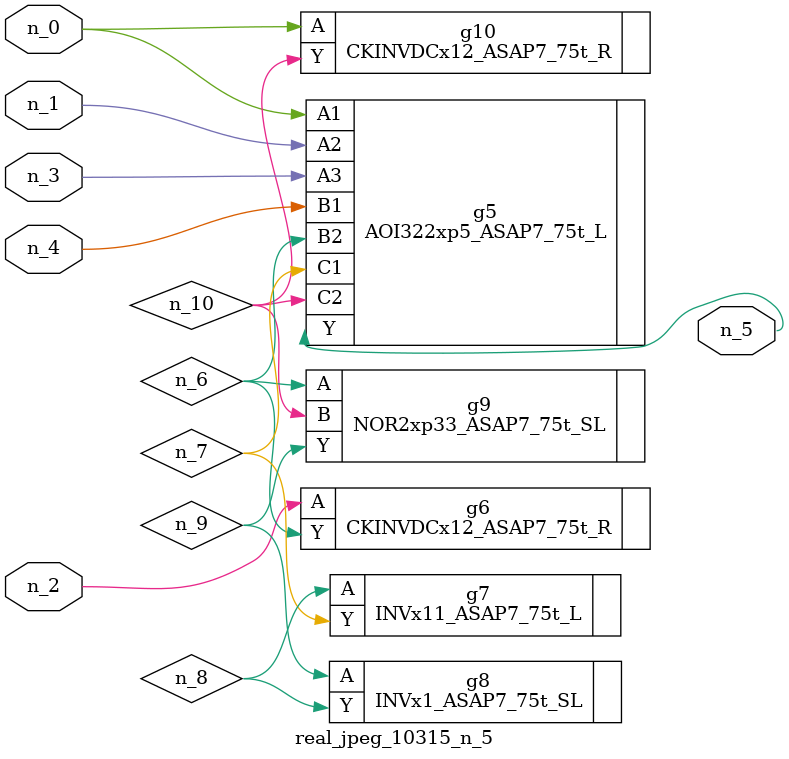
<source format=v>
module real_jpeg_10315_n_5 (n_4, n_0, n_1, n_2, n_3, n_5);

input n_4;
input n_0;
input n_1;
input n_2;
input n_3;

output n_5;

wire n_8;
wire n_6;
wire n_7;
wire n_10;
wire n_9;

AOI322xp5_ASAP7_75t_L g5 ( 
.A1(n_0),
.A2(n_1),
.A3(n_3),
.B1(n_4),
.B2(n_6),
.C1(n_7),
.C2(n_10),
.Y(n_5)
);

CKINVDCx12_ASAP7_75t_R g10 ( 
.A(n_0),
.Y(n_10)
);

CKINVDCx12_ASAP7_75t_R g6 ( 
.A(n_2),
.Y(n_6)
);

NOR2xp33_ASAP7_75t_SL g9 ( 
.A(n_6),
.B(n_10),
.Y(n_9)
);

INVx11_ASAP7_75t_L g7 ( 
.A(n_8),
.Y(n_7)
);

INVx1_ASAP7_75t_SL g8 ( 
.A(n_9),
.Y(n_8)
);


endmodule
</source>
